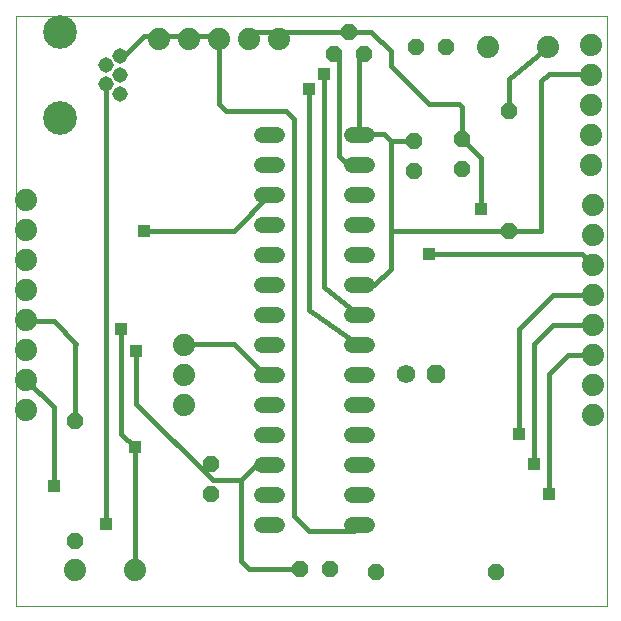
<source format=gtl>
G75*
%MOIN*%
%OFA0B0*%
%FSLAX25Y25*%
%IPPOS*%
%LPD*%
%AMOC8*
5,1,8,0,0,1.08239X$1,22.5*
%
%ADD10C,0.00000*%
%ADD11OC8,0.05200*%
%ADD12C,0.07400*%
%ADD13C,0.05200*%
%ADD14C,0.05150*%
%ADD15C,0.11220*%
%ADD16OC8,0.06200*%
%ADD17C,0.06200*%
%ADD18C,0.01600*%
%ADD19R,0.03962X0.03962*%
D10*
X0003152Y0004300D02*
X0003152Y0201150D01*
X0200002Y0201150D01*
X0200002Y0004300D01*
X0003152Y0004300D01*
D11*
X0022817Y0026190D03*
X0022817Y0066190D03*
X0068152Y0051800D03*
X0068152Y0041800D03*
X0097876Y0016820D03*
X0107876Y0016820D03*
X0123191Y0015757D03*
X0163191Y0015757D03*
X0167306Y0129359D03*
X0151617Y0150107D03*
X0151617Y0160107D03*
X0135652Y0159300D03*
X0135652Y0149300D03*
X0167306Y0169359D03*
X0146498Y0190737D03*
X0136498Y0190737D03*
X0118998Y0188355D03*
X0113998Y0195855D03*
X0108998Y0188355D03*
D12*
X0090829Y0193276D03*
X0080829Y0193276D03*
X0070829Y0193276D03*
X0060829Y0193276D03*
X0050829Y0193276D03*
X0006400Y0139792D03*
X0006400Y0129792D03*
X0006400Y0119792D03*
X0006400Y0109792D03*
X0006400Y0099792D03*
X0006400Y0089792D03*
X0006400Y0079792D03*
X0006400Y0069792D03*
X0058998Y0071367D03*
X0058998Y0081367D03*
X0058998Y0091367D03*
X0042640Y0016249D03*
X0022640Y0016249D03*
X0194628Y0151485D03*
X0194628Y0161485D03*
X0194628Y0171485D03*
X0194628Y0181485D03*
X0194628Y0191485D03*
X0180298Y0190658D03*
X0160298Y0190658D03*
X0195317Y0138158D03*
X0195317Y0128158D03*
X0195317Y0118158D03*
X0195317Y0108158D03*
X0195317Y0098158D03*
X0195317Y0088158D03*
X0195317Y0078158D03*
X0195317Y0068158D03*
D13*
X0120161Y0071229D02*
X0114961Y0071229D01*
X0114961Y0061229D02*
X0120161Y0061229D01*
X0120161Y0051229D02*
X0114961Y0051229D01*
X0114961Y0041229D02*
X0120161Y0041229D01*
X0120161Y0031229D02*
X0114961Y0031229D01*
X0090161Y0031229D02*
X0084961Y0031229D01*
X0084961Y0041229D02*
X0090161Y0041229D01*
X0090161Y0051229D02*
X0084961Y0051229D01*
X0084961Y0061229D02*
X0090161Y0061229D01*
X0090161Y0071229D02*
X0084961Y0071229D01*
X0084961Y0081229D02*
X0090161Y0081229D01*
X0090161Y0091229D02*
X0084961Y0091229D01*
X0084961Y0101229D02*
X0090161Y0101229D01*
X0090161Y0111229D02*
X0084961Y0111229D01*
X0084961Y0121229D02*
X0090161Y0121229D01*
X0090161Y0131229D02*
X0084961Y0131229D01*
X0084961Y0141229D02*
X0090161Y0141229D01*
X0090161Y0151229D02*
X0084961Y0151229D01*
X0084961Y0161229D02*
X0090161Y0161229D01*
X0114961Y0161229D02*
X0120161Y0161229D01*
X0120161Y0151229D02*
X0114961Y0151229D01*
X0114961Y0141229D02*
X0120161Y0141229D01*
X0120161Y0131229D02*
X0114961Y0131229D01*
X0114961Y0121229D02*
X0120161Y0121229D01*
X0120161Y0111229D02*
X0114961Y0111229D01*
X0114961Y0101229D02*
X0120161Y0101229D01*
X0120161Y0091229D02*
X0114961Y0091229D01*
X0114961Y0081229D02*
X0120161Y0081229D01*
D14*
X0037916Y0175166D03*
X0033191Y0178316D03*
X0037916Y0181465D03*
X0033191Y0184615D03*
X0037916Y0187765D03*
D15*
X0017837Y0195835D03*
X0017837Y0167095D03*
D16*
X0143152Y0081800D03*
D17*
X0133152Y0081800D03*
D18*
X0117561Y0091229D02*
X0100652Y0103139D01*
X0100652Y0176800D01*
X0105652Y0181800D02*
X0105652Y0110639D01*
X0117561Y0101229D01*
X0117561Y0111229D02*
X0122581Y0111229D01*
X0128152Y0116800D01*
X0128152Y0129300D01*
X0128211Y0129359D01*
X0167306Y0129359D01*
X0178093Y0129359D01*
X0178152Y0129300D01*
X0178152Y0179300D01*
X0180652Y0181800D01*
X0194313Y0181800D01*
X0194628Y0181485D01*
X0180298Y0190658D02*
X0167306Y0180166D01*
X0167306Y0169359D01*
X0151617Y0170835D02*
X0151617Y0160107D01*
X0158152Y0153572D01*
X0158152Y0136800D01*
X0140652Y0121800D02*
X0191676Y0121800D01*
X0195317Y0118158D01*
X0195317Y0108158D02*
X0182010Y0108158D01*
X0170652Y0096800D01*
X0170652Y0061800D01*
X0175652Y0051800D02*
X0175652Y0091800D01*
X0182010Y0098158D01*
X0195317Y0098158D01*
X0195317Y0088158D02*
X0187010Y0088158D01*
X0180652Y0081800D01*
X0180652Y0041800D01*
X0117561Y0031229D02*
X0115632Y0029300D01*
X0100652Y0029300D01*
X0095652Y0034300D01*
X0095652Y0166800D01*
X0093152Y0169300D01*
X0073152Y0169300D01*
X0070829Y0171623D01*
X0070829Y0193276D01*
X0069806Y0194300D01*
X0045652Y0194300D01*
X0039117Y0187765D01*
X0037916Y0187765D01*
X0033191Y0178316D02*
X0033191Y0036839D01*
X0033152Y0031800D01*
X0042640Y0016249D02*
X0042640Y0057312D01*
X0038152Y0061800D01*
X0038152Y0096800D01*
X0043152Y0089300D02*
X0043152Y0071800D01*
X0068723Y0046229D01*
X0078152Y0046229D01*
X0083152Y0051229D01*
X0087561Y0051229D01*
X0078152Y0046229D02*
X0078152Y0019300D01*
X0080632Y0016820D01*
X0097876Y0016820D01*
X0087561Y0081229D02*
X0086223Y0081229D01*
X0075652Y0091800D01*
X0059431Y0091800D01*
X0058998Y0091367D01*
X0023152Y0091800D02*
X0015652Y0099300D01*
X0006892Y0099300D01*
X0006400Y0099792D01*
X0022817Y0091465D02*
X0023152Y0091800D01*
X0022817Y0091465D02*
X0022817Y0066190D01*
X0015652Y0070540D02*
X0006400Y0079792D01*
X0015652Y0070540D02*
X0015652Y0044300D01*
X0045652Y0129300D02*
X0075632Y0129300D01*
X0087561Y0141229D01*
X0110652Y0154300D02*
X0110652Y0186702D01*
X0108998Y0188355D01*
X0117561Y0186918D02*
X0117561Y0161229D01*
X0118132Y0161800D01*
X0125652Y0161800D01*
X0128152Y0159300D01*
X0135652Y0159300D01*
X0128152Y0159300D02*
X0128152Y0129300D01*
X0117561Y0151229D02*
X0113723Y0151229D01*
X0110652Y0154300D01*
X0140652Y0171800D02*
X0128152Y0184300D01*
X0128152Y0189300D01*
X0121597Y0195855D01*
X0113998Y0195855D01*
X0083408Y0195855D01*
X0080829Y0193276D01*
X0117561Y0186918D02*
X0118998Y0188355D01*
X0140652Y0171800D02*
X0150652Y0171800D01*
X0151617Y0170835D01*
D19*
X0158152Y0136800D03*
X0140652Y0121800D03*
X0100652Y0176800D03*
X0105652Y0181800D03*
X0045652Y0129300D03*
X0038152Y0096800D03*
X0043152Y0089300D03*
X0042640Y0057312D03*
X0033152Y0031800D03*
X0015652Y0044300D03*
X0170652Y0061800D03*
X0175652Y0051800D03*
X0180652Y0041800D03*
M02*

</source>
